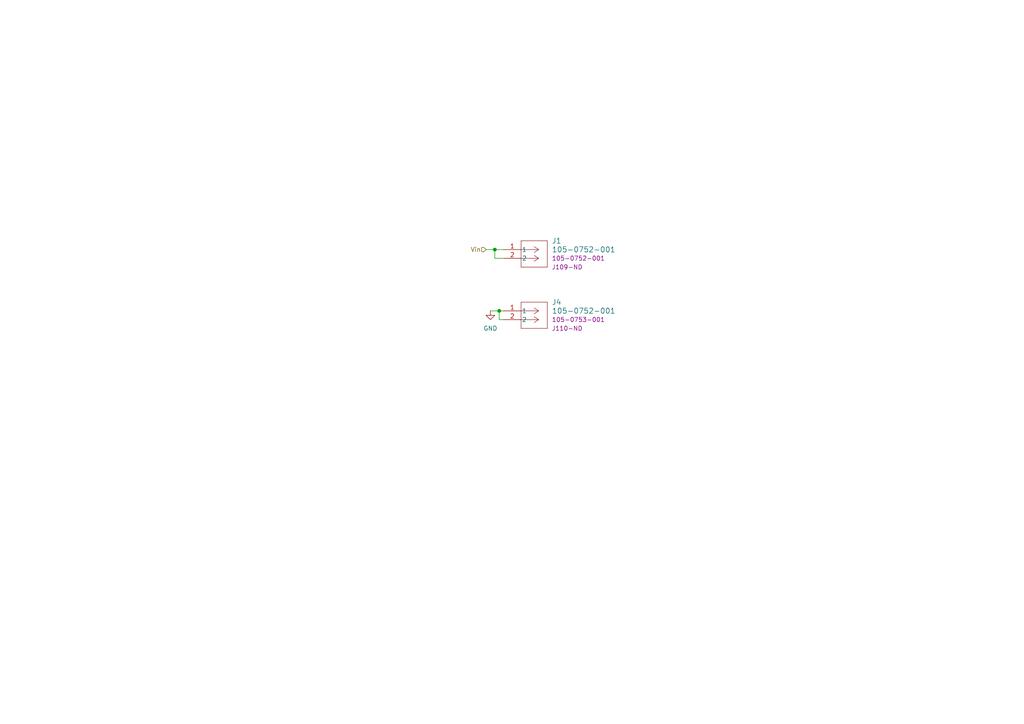
<source format=kicad_sch>
(kicad_sch (version 20230121) (generator eeschema)
  (paper "A4")
  (lib_symbols
    (symbol "Adjustable_Power_Suppy:105-0752-001" (pin_names (offset 0.254))
      (property "Reference" "J" (at 8.89 6.35 0))
      (property "Value" "105-0752-001" (at 0 0 0))
      (property "MPN" "105-0753-001" (at 0 0 0))
      (property "Digikey PN" "J110-ND" (at 0 0 0))
      (symbol "105-0752-001_0_1"
        (polyline (pts (xy 5.08 -5.08) (xy 12.7 -5.08)) (stroke (width 0.127)))
        (polyline (pts (xy 5.08 2.54) (xy 5.08 -5.08)) (stroke (width 0.127)))
        (polyline (pts (xy 10.16 -2.54) (xy 5.08 -2.54)) (stroke (width 0.127)))
        (polyline (pts (xy 10.16 -2.54) (xy 8.89 -3.3867)) (stroke (width 0.127)))
        (polyline (pts (xy 10.16 -2.54) (xy 8.89 -1.6933)) (stroke (width 0.127)))
        (polyline (pts (xy 10.16 0) (xy 5.08 0)) (stroke (width 0.127)))
        (polyline (pts (xy 10.16 0) (xy 8.89 -0.8467)) (stroke (width 0.127)))
        (polyline (pts (xy 10.16 0) (xy 8.89 0.8467)) (stroke (width 0.127)))
        (polyline (pts (xy 12.7 -5.08) (xy 12.7 2.54)) (stroke (width 0.127)))
        (polyline (pts (xy 12.7 2.54) (xy 5.08 2.54)) (stroke (width 0.127)))
        (pin unspecified line (at 0 0 0) (length 5.08) (name "1") (number "1"))
        (pin unspecified line (at 0 -2.54 0) (length 5.08) (name "2") (number "2"))
      )
    )
    (symbol "power:GND" (power) (pin_names (offset 0))
      (property "Value" "GND" (at 0 -3.81 0))
      (symbol "GND_0_1"
        (polyline (pts (xy 0 0) (xy 0 -1.27) (xy 1.27 -1.27) (xy 0 -2.54) (xy -1.27 -1.27) (xy 0 -1.27)))
      )
      (symbol "GND_1_1"
        (pin power_in line (at 0 0 270) (length 0) hide (name "GND") (number "1"))
      )
    )
  )
  (junction (at 144.78 90.17))
  (junction (at 143.51 72.39))
  (wire (pts (xy 146.05 90.17) (xy 144.78 90.17)))
  (wire (pts (xy 143.51 72.39) (xy 143.51 74.93)))
  (wire (pts (xy 140.97 72.39) (xy 143.51 72.39)))
  (wire (pts (xy 143.51 74.93) (xy 146.05 74.93)))
  (wire (pts (xy 144.78 92.71) (xy 146.05 92.71)))
  (wire (pts (xy 146.05 72.39) (xy 143.51 72.39)))
  (wire (pts (xy 142.24 90.17) (xy 144.78 90.17)))
  (wire (pts (xy 144.78 90.17) (xy 144.78 92.71)))
  (hierarchical_label "Vin" (shape input) (at 140.97 72.39 180))
  (symbol (lib_id "power:GND") (at 142.24 90.17 0) (unit 1)
    (property "Reference" "#PWR022" (effects hide))
    (property "Value" "GND" (at 142.24 95.25 0))
  )
  (symbol (lib_id "Adjustable_Power_Suppy:105-0752-001") (at 146.05 72.39 0) (unit 1)
    (property "Reference" "J1" (at 160.02 69.85 0) (effects (font (size 1.524 1.524)) (justify left)))
    (property "Value" "105-0752-001" (at 160.02 72.39 0) (effects (font (size 1.524 1.524)) (justify left)))
    (property "Footprint" "Adjustable_Power_Supply:105-0753-001" (effects hide))
    (property "Datasheet" "https://www.belfuse.com/resources/productinformations/cinchconnectivitysolutions/johnson/pi-ccs-john-105-0753-001.pdf" (effects hide))
    (property "MPN" "105-0752-001" (at 160.02 74.93 0) (effects (justify left)))
    (property "Digikey PN" "J109-ND" (at 160.02 77.47 0) (effects (justify left)))
  )
  (symbol (lib_id "Adjustable_Power_Suppy:105-0752-001") (at 146.05 90.17 0) (unit 1)
    (property "Reference" "J4" (at 160.02 87.63 0) (effects (font (size 1.524 1.524)) (justify left)))
    (property "Value" "105-0752-001" (at 160.02 90.17 0) (effects (font (size 1.524 1.524)) (justify left)))
    (property "Footprint" "Adjustable_Power_Supply:105-0753-001" (effects hide))
    (property "Datasheet" "https://www.belfuse.com/resources/productinformations/cinchconnectivitysolutions/johnson/pi-ccs-john-105-0753-001.pdf" (effects hide))
    (property "MPN" "105-0753-001" (at 160.02 92.71 0) (effects (justify left)))
    (property "Digikey PN" "J110-ND" (at 160.02 95.25 0) (effects (justify left)))
  )
)
</source>
